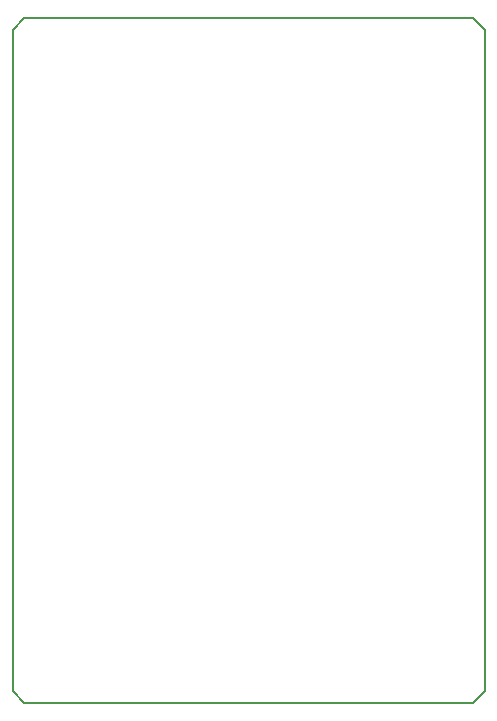
<source format=gm1>
%FSLAX25Y25*%
%MOIN*%
G70*
G01*
G75*
G04 Layer_Color=16711935*
%ADD10R,0.02362X0.03937*%
%ADD11R,0.03347X0.02756*%
%ADD12R,0.02362X0.04724*%
%ADD13R,0.03347X0.01575*%
%ADD14R,0.06299X0.07087*%
%ADD15R,0.02756X0.03347*%
%ADD16R,0.04724X0.02362*%
%ADD17R,0.05118X0.03937*%
%ADD18R,0.03937X0.02362*%
%ADD19O,0.00984X0.04724*%
%ADD20O,0.04724X0.00984*%
%ADD21O,0.04724X0.01772*%
%ADD22O,0.01772X0.04724*%
%ADD23R,0.04724X0.01772*%
%ADD24O,0.01969X0.03543*%
%ADD25R,0.01969X0.03543*%
%ADD26O,0.01969X0.03543*%
%ADD27R,0.07874X0.07874*%
%ADD28R,0.07874X0.07874*%
%ADD29R,0.07087X0.03937*%
%ADD30O,0.05500X0.02500*%
%ADD31R,0.05500X0.02500*%
%ADD32C,0.02000*%
%ADD33C,0.01500*%
%ADD34C,0.03000*%
%ADD35C,0.00800*%
%ADD36C,0.01200*%
%ADD37C,0.04000*%
%ADD38C,0.01000*%
%ADD39C,0.00500*%
%ADD40R,0.19685X0.23622*%
%ADD41C,0.05906*%
%ADD42R,0.05906X0.05906*%
%ADD43R,0.05906X0.05906*%
%ADD44C,0.02000*%
%ADD45C,0.03000*%
%ADD46C,0.00787*%
%ADD47R,0.03162X0.04737*%
%ADD48R,0.04147X0.03556*%
%ADD49R,0.03162X0.05524*%
%ADD50R,0.03740X0.01969*%
%ADD51R,0.07099X0.07887*%
%ADD52R,0.03556X0.04147*%
%ADD53R,0.05524X0.03162*%
%ADD54R,0.05918X0.04737*%
%ADD55R,0.04737X0.03162*%
%ADD56O,0.01784X0.05524*%
%ADD57O,0.05524X0.01784*%
%ADD58O,0.05524X0.02572*%
%ADD59O,0.02572X0.05524*%
%ADD60R,0.05524X0.02572*%
%ADD61O,0.02769X0.04343*%
%ADD62R,0.02769X0.04343*%
%ADD63O,0.02769X0.04343*%
%ADD64R,0.08674X0.08674*%
%ADD65R,0.08674X0.08674*%
%ADD66R,0.07887X0.04737*%
%ADD67O,0.06300X0.03300*%
%ADD68R,0.06300X0.03300*%
%ADD69R,0.20485X0.24422*%
%ADD70C,0.06706*%
%ADD71R,0.06706X0.06706*%
%ADD72R,0.06706X0.06706*%
D39*
X251306Y-267900D02*
X255243Y-263963D01*
Y-43490D01*
X251306Y-39553D02*
X255243Y-43490D01*
X101700Y-39553D02*
X133800D01*
X133196D02*
X184000D01*
X182409D02*
X233600D01*
X231621D02*
X251306D01*
X97763Y-43490D02*
X101700Y-39553D01*
X97763Y-263963D02*
Y-43490D01*
Y-263963D02*
X101700Y-267900D01*
X251306D01*
X101700D02*
X251306D01*
X97763Y-263963D02*
X101700Y-267900D01*
X97763Y-263963D02*
Y-43490D01*
X101700Y-39553D01*
X231621D02*
X251306D01*
X182409D02*
X233600D01*
X133196D02*
X184000D01*
X101700D02*
X133800D01*
X251306D02*
X255243Y-43490D01*
Y-263963D02*
Y-43490D01*
X251306Y-267900D02*
X255243Y-263963D01*
X251306Y-267900D02*
X255243Y-263963D01*
Y-43490D01*
X251306Y-39553D02*
X255243Y-43490D01*
X101700Y-39553D02*
X133800D01*
X133196D02*
X184000D01*
X182409D02*
X233600D01*
X231621D02*
X251306D01*
X97763Y-43490D02*
X101700Y-39553D01*
X97763Y-263963D02*
Y-43490D01*
Y-263963D02*
X101700Y-267900D01*
X251306D01*
X101700D02*
X251306D01*
X97763Y-263963D02*
X101700Y-267900D01*
X97763Y-263963D02*
Y-43490D01*
X101700Y-39553D01*
X231621D02*
X251306D01*
X182409D02*
X233600D01*
X133196D02*
X184000D01*
X101700D02*
X133800D01*
X251306D02*
X255243Y-43490D01*
Y-263963D02*
Y-43490D01*
X251306Y-267900D02*
X255243Y-263963D01*
M02*

</source>
